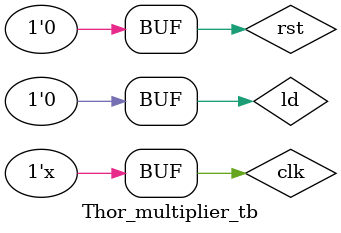
<source format=v>
module Thor_multiplier(rst, clk, ld, sgn, isMuli, a, b, imm, o, done);
parameter WID=64;
parameter SGNADJO=3'd2;
parameter MULT=3'd3;
parameter IDLE=3'd4;
parameter DONE=3'd5;
input clk;
input rst;
input ld;
input sgn;
input isMuli;
input [WID-1:0] a;
input [WID-1:0] b;
input [WID-1:0] imm;
output [WID*2-1:0] o;
reg [WID*2-1:0] o;
output done;

reg [WID-1:0] aa,bb;
reg so;
reg [2:0] state;
reg [7:0] cnt;
wire cnt_done = cnt==8'd0;
assign done = state==DONE;
reg ce1;
reg [WID*2-1:0] prod;
//wire [64:0] p1 = aa[0] ? prod[127:64] + b : prod[127:64];
//wire [65:0] p2 = aa[1] ? p1 + {b,1'b0} : p1;
wire [WID+WID/4-1:0] p1 = bb * aa[WID/4-1:0] + prod[WID*2-1:WID];

initial begin
    prod = 64'd0;
    o = 64'd0;
end

always @(posedge clk)
if (rst) begin
	aa <= {WID{1'b0}};
	bb <= {WID{1'b0}};
	prod <= {WID*2{1'b0}};
	o <= {WID*2{1'b0}};
	state <= IDLE;
end
else
begin
if (!cnt_done)
	cnt <= cnt - 8'd1;

case(state)
IDLE:
	if (ld) begin
		if (sgn) begin
			aa <= a[WID-1] ? -a : a;
			bb <= isMuli ? (imm[WID-1] ? -imm : imm) :(b[WID-1] ? -b : b);
			so <= isMuli ? a[WID-1] ^ imm[WID-1] : a[WID-1] ^ b[WID-1];
		end
		else begin
			aa <= a;
			bb <= isMuli ? imm : b;
			so <= 1'b0;
		end
		prod <= {WID*2{1'b0}};
		cnt <= 8'd4;
		state <= MULT;
	end
MULT:
	if (!cnt_done) begin
		aa <= {16'b0,aa[WID-1:WID/4]};
		prod <= {16'b0,prod[WID*2-1:WID/4]};
		prod[WID*2-1:WID*3/4] <= p1;
	end
	else begin
		if (sgn) begin
			if (so)
				o <= -prod;
			else
				o <= prod;
		end
		else
			o <= prod;
		state <= DONE;
	end
default:
	state <= IDLE;
endcase
end

endmodule

module Thor_multiplier_tb();

reg rst;
reg clk;
reg ld;
wire [127:0] o;

initial begin
	clk = 1;
	rst = 0;
	#100 rst = 1;
	#100 rst = 0;
	#100 ld = 1;
	#150 ld = 0;
end

always #10 clk = ~clk;	//  50 MHz


Thor_multiplier u1
(
	.rst(rst),
	.clk(clk),
	.ld(ld),
	.sgn(1'b0),
	.isMuli(1'b1),
	.a(64'd56),
	.b(64'd0),
	.imm(64'd27),
	.o(o)
);

endmodule


</source>
